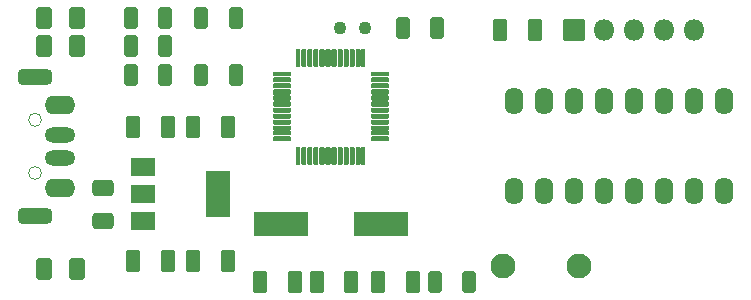
<source format=gbr>
%TF.GenerationSoftware,KiCad,Pcbnew,7.0.1*%
%TF.CreationDate,2023-03-25T17:10:46-05:00*%
%TF.ProjectId,STM32_XTW2_CLONE,53544d33-325f-4585-9457-325f434c4f4e,1.2.1V*%
%TF.SameCoordinates,Original*%
%TF.FileFunction,Soldermask,Top*%
%TF.FilePolarity,Negative*%
%FSLAX46Y46*%
G04 Gerber Fmt 4.6, Leading zero omitted, Abs format (unit mm)*
G04 Created by KiCad (PCBNEW 7.0.1) date 2023-03-25 17:10:46*
%MOMM*%
%LPD*%
G01*
G04 APERTURE LIST*
G04 Aperture macros list*
%AMRoundRect*
0 Rectangle with rounded corners*
0 $1 Rounding radius*
0 $2 $3 $4 $5 $6 $7 $8 $9 X,Y pos of 4 corners*
0 Add a 4 corners polygon primitive as box body*
4,1,4,$2,$3,$4,$5,$6,$7,$8,$9,$2,$3,0*
0 Add four circle primitives for the rounded corners*
1,1,$1+$1,$2,$3*
1,1,$1+$1,$4,$5*
1,1,$1+$1,$6,$7*
1,1,$1+$1,$8,$9*
0 Add four rect primitives between the rounded corners*
20,1,$1+$1,$2,$3,$4,$5,0*
20,1,$1+$1,$4,$5,$6,$7,0*
20,1,$1+$1,$6,$7,$8,$9,0*
20,1,$1+$1,$8,$9,$2,$3,0*%
G04 Aperture macros list end*
%TA.AperFunction,Profile*%
%ADD10C,0.050000*%
%TD*%
%ADD11RoundRect,0.300800X0.325000X0.650000X-0.325000X0.650000X-0.325000X-0.650000X0.325000X-0.650000X0*%
%ADD12RoundRect,0.300800X-0.325000X-0.650000X0.325000X-0.650000X0.325000X0.650000X-0.325000X0.650000X0*%
%ADD13C,1.101600*%
%ADD14RoundRect,0.300800X-0.375000X-0.625000X0.375000X-0.625000X0.375000X0.625000X-0.375000X0.625000X0*%
%ADD15RoundRect,0.050800X2.250000X1.000000X-2.250000X1.000000X-2.250000X-1.000000X2.250000X-1.000000X0*%
%ADD16RoundRect,0.300800X-0.625000X0.375000X-0.625000X-0.375000X0.625000X-0.375000X0.625000X0.375000X0*%
%ADD17RoundRect,0.300800X-0.312500X-0.625000X0.312500X-0.625000X0.312500X0.625000X-0.312500X0.625000X0*%
%ADD18RoundRect,0.050800X-1.000000X-0.750000X1.000000X-0.750000X1.000000X0.750000X-1.000000X0.750000X0*%
%ADD19RoundRect,0.050800X-1.000000X-1.900000X1.000000X-1.900000X1.000000X1.900000X-1.000000X1.900000X0*%
%ADD20O,1.602740X2.301240*%
%ADD21C,2.101600*%
%ADD22RoundRect,0.125800X0.075000X-0.662500X0.075000X0.662500X-0.075000X0.662500X-0.075000X-0.662500X0*%
%ADD23RoundRect,0.125800X0.662500X-0.075000X0.662500X0.075000X-0.662500X0.075000X-0.662500X-0.075000X0*%
%ADD24RoundRect,0.300800X0.312500X0.625000X-0.312500X0.625000X-0.312500X-0.625000X0.312500X-0.625000X0*%
%ADD25RoundRect,0.050800X0.850000X-0.850000X0.850000X0.850000X-0.850000X0.850000X-0.850000X-0.850000X0*%
%ADD26O,1.801600X1.801600*%
%ADD27O,2.601600X1.601600*%
%ADD28O,2.601600X1.301600*%
%ADD29RoundRect,0.350800X-1.100000X0.300000X-1.100000X-0.300000X1.100000X-0.300000X1.100000X0.300000X0*%
G04 APERTURE END LIST*
D10*
%TO.C,J1*%
X111213900Y-109600000D02*
G75*
G03*
X111213900Y-109600000I-550000J0D01*
G01*
X111213900Y-114100000D02*
G75*
G03*
X111213900Y-114100000I-550000J0D01*
G01*
%TD*%
D11*
%TO.C,C4*%
X121927400Y-110214500D03*
X118977400Y-110214500D03*
%TD*%
D12*
%TO.C,C1*%
X129742400Y-123296800D03*
X132692400Y-123296800D03*
%TD*%
D11*
%TO.C,C8*%
X152964000Y-101960800D03*
X150014000Y-101960800D03*
%TD*%
D13*
%TO.C,TP1*%
X138638400Y-101783000D03*
%TD*%
D12*
%TO.C,C7*%
X124057400Y-121517500D03*
X127007400Y-121517500D03*
%TD*%
D14*
%TO.C,D2*%
X111457400Y-100965000D03*
X114257400Y-100965000D03*
%TD*%
D15*
%TO.C,Y1*%
X139967400Y-118420000D03*
X131467400Y-118420000D03*
%TD*%
D16*
%TO.C,F1*%
X116455650Y-115350000D03*
X116455650Y-118150000D03*
%TD*%
D17*
%TO.C,R7*%
X118760900Y-103378000D03*
X121685900Y-103378000D03*
%TD*%
D14*
%TO.C,D3*%
X111457400Y-103378000D03*
X114257400Y-103378000D03*
%TD*%
D17*
%TO.C,R3*%
X118748400Y-105841800D03*
X121673400Y-105841800D03*
%TD*%
%TO.C,R2*%
X124724700Y-105816400D03*
X127649700Y-105816400D03*
%TD*%
D18*
%TO.C,U2*%
X119842400Y-113566000D03*
X119842400Y-115866000D03*
D19*
X126142400Y-115866000D03*
D18*
X119842400Y-118166000D03*
%TD*%
D20*
%TO.C,ZIF*%
X168981400Y-108006000D03*
X166441400Y-108006000D03*
X163901400Y-108006000D03*
X161361400Y-108006000D03*
X158821400Y-108006000D03*
X156281400Y-108006000D03*
X153741400Y-108006000D03*
X151201400Y-108006000D03*
X151201400Y-115626000D03*
X153741400Y-115626000D03*
X156281400Y-115626000D03*
X158821400Y-115626000D03*
X161361400Y-115626000D03*
X163901400Y-115626000D03*
X166441400Y-115626000D03*
X168981400Y-115626000D03*
%TD*%
D14*
%TO.C,D1*%
X111457400Y-122230000D03*
X114257400Y-122230000D03*
%TD*%
D21*
%TO.C,SW1*%
X150247400Y-121976000D03*
X156747400Y-121976000D03*
%TD*%
D17*
%TO.C,R6*%
X141813400Y-101783000D03*
X144738400Y-101783000D03*
%TD*%
D22*
%TO.C,U1*%
X132967400Y-112664500D03*
X133467400Y-112664500D03*
X133967400Y-112664500D03*
X134467400Y-112664500D03*
X134967400Y-112664500D03*
X135467400Y-112664500D03*
X135967400Y-112664500D03*
X136467400Y-112664500D03*
X136967400Y-112664500D03*
X137467400Y-112664500D03*
X137967400Y-112664500D03*
X138467400Y-112664500D03*
D23*
X139879900Y-111252000D03*
X139879900Y-110752000D03*
X139879900Y-110252000D03*
X139879900Y-109752000D03*
X139879900Y-109252000D03*
X139879900Y-108752000D03*
X139879900Y-108252000D03*
X139879900Y-107752000D03*
X139879900Y-107252000D03*
X139879900Y-106752000D03*
X139879900Y-106252000D03*
X139879900Y-105752000D03*
D22*
X138467400Y-104339500D03*
X137967400Y-104339500D03*
X137467400Y-104339500D03*
X136967400Y-104339500D03*
X136467400Y-104339500D03*
X135967400Y-104339500D03*
X135467400Y-104339500D03*
X134967400Y-104339500D03*
X134467400Y-104339500D03*
X133967400Y-104339500D03*
X133467400Y-104339500D03*
X132967400Y-104339500D03*
D23*
X131554900Y-105752000D03*
X131554900Y-106252000D03*
X131554900Y-106752000D03*
X131554900Y-107252000D03*
X131554900Y-107752000D03*
X131554900Y-108252000D03*
X131554900Y-108752000D03*
X131554900Y-109252000D03*
X131554900Y-109752000D03*
X131554900Y-110252000D03*
X131554900Y-110752000D03*
X131554900Y-111252000D03*
%TD*%
D24*
%TO.C,R1*%
X147430800Y-123296800D03*
X144505800Y-123296800D03*
%TD*%
D25*
%TO.C,J2*%
X156281400Y-101960800D03*
D26*
X158821400Y-101960800D03*
X161361400Y-101960800D03*
X163901400Y-101960800D03*
X166441400Y-101960800D03*
%TD*%
D12*
%TO.C,C5*%
X124057400Y-110214500D03*
X127007400Y-110214500D03*
%TD*%
D11*
%TO.C,C2*%
X137446400Y-123296800D03*
X134496400Y-123296800D03*
%TD*%
D13*
%TO.C,TP2*%
X136479400Y-101783000D03*
%TD*%
D11*
%TO.C,C6*%
X121927400Y-121517500D03*
X118977400Y-121517500D03*
%TD*%
%TO.C,C3*%
X142664100Y-123296800D03*
X139714100Y-123296800D03*
%TD*%
D17*
%TO.C,R5*%
X124724700Y-100965000D03*
X127649700Y-100965000D03*
%TD*%
D27*
%TO.C,J1*%
X112793900Y-115350000D03*
D28*
X112793900Y-112850000D03*
X112793900Y-110850000D03*
D27*
X112793900Y-108350000D03*
D29*
X110663900Y-106000000D03*
X110663900Y-117700000D03*
%TD*%
D17*
%TO.C,R4*%
X118760900Y-100965000D03*
X121685900Y-100965000D03*
%TD*%
G36*
X138276809Y-111956915D02*
G01*
X138277267Y-111958624D01*
X138268600Y-112002199D01*
X138268600Y-113326801D01*
X138277266Y-113370372D01*
X138276808Y-113372081D01*
X138275173Y-113372758D01*
X138273641Y-113371873D01*
X138263849Y-113357217D01*
X138170951Y-113357217D01*
X138161158Y-113371872D01*
X138159626Y-113372757D01*
X138157991Y-113372080D01*
X138157533Y-113370371D01*
X138166200Y-113326801D01*
X138166200Y-112002199D01*
X138157532Y-111958624D01*
X138157990Y-111956915D01*
X138159625Y-111956238D01*
X138161157Y-111957123D01*
X138170952Y-111971782D01*
X138263848Y-111971782D01*
X138273642Y-111957123D01*
X138275174Y-111956238D01*
X138276809Y-111956915D01*
G37*
G36*
X137776809Y-111956915D02*
G01*
X137777267Y-111958624D01*
X137768600Y-112002199D01*
X137768600Y-113326801D01*
X137777266Y-113370372D01*
X137776808Y-113372081D01*
X137775173Y-113372758D01*
X137773641Y-113371873D01*
X137763849Y-113357217D01*
X137670951Y-113357217D01*
X137661158Y-113371872D01*
X137659626Y-113372757D01*
X137657991Y-113372080D01*
X137657533Y-113370371D01*
X137666200Y-113326801D01*
X137666200Y-112002199D01*
X137657532Y-111958624D01*
X137657990Y-111956915D01*
X137659625Y-111956238D01*
X137661157Y-111957123D01*
X137670952Y-111971782D01*
X137763848Y-111971782D01*
X137773642Y-111957123D01*
X137775174Y-111956238D01*
X137776809Y-111956915D01*
G37*
G36*
X137276809Y-111956915D02*
G01*
X137277267Y-111958624D01*
X137268600Y-112002199D01*
X137268600Y-113326801D01*
X137277266Y-113370372D01*
X137276808Y-113372081D01*
X137275173Y-113372758D01*
X137273641Y-113371873D01*
X137263849Y-113357217D01*
X137170951Y-113357217D01*
X137161158Y-113371872D01*
X137159626Y-113372757D01*
X137157991Y-113372080D01*
X137157533Y-113370371D01*
X137166200Y-113326801D01*
X137166200Y-112002199D01*
X137157532Y-111958624D01*
X137157990Y-111956915D01*
X137159625Y-111956238D01*
X137161157Y-111957123D01*
X137170952Y-111971782D01*
X137263848Y-111971782D01*
X137273642Y-111957123D01*
X137275174Y-111956238D01*
X137276809Y-111956915D01*
G37*
G36*
X136776809Y-111956915D02*
G01*
X136777267Y-111958624D01*
X136768600Y-112002199D01*
X136768600Y-113326801D01*
X136777266Y-113370372D01*
X136776808Y-113372081D01*
X136775173Y-113372758D01*
X136773641Y-113371873D01*
X136763849Y-113357217D01*
X136670951Y-113357217D01*
X136661158Y-113371872D01*
X136659626Y-113372757D01*
X136657991Y-113372080D01*
X136657533Y-113370371D01*
X136666200Y-113326801D01*
X136666200Y-112002199D01*
X136657532Y-111958624D01*
X136657990Y-111956915D01*
X136659625Y-111956238D01*
X136661157Y-111957123D01*
X136670952Y-111971782D01*
X136763848Y-111971782D01*
X136773642Y-111957123D01*
X136775174Y-111956238D01*
X136776809Y-111956915D01*
G37*
G36*
X136276809Y-111956915D02*
G01*
X136277267Y-111958624D01*
X136268600Y-112002199D01*
X136268600Y-113326801D01*
X136277266Y-113370372D01*
X136276808Y-113372081D01*
X136275173Y-113372758D01*
X136273641Y-113371873D01*
X136263849Y-113357217D01*
X136170951Y-113357217D01*
X136161158Y-113371872D01*
X136159626Y-113372757D01*
X136157991Y-113372080D01*
X136157533Y-113370371D01*
X136166200Y-113326801D01*
X136166200Y-112002199D01*
X136157532Y-111958624D01*
X136157990Y-111956915D01*
X136159625Y-111956238D01*
X136161157Y-111957123D01*
X136170952Y-111971782D01*
X136263848Y-111971782D01*
X136273642Y-111957123D01*
X136275174Y-111956238D01*
X136276809Y-111956915D01*
G37*
G36*
X135776809Y-111956915D02*
G01*
X135777267Y-111958624D01*
X135768600Y-112002199D01*
X135768600Y-113326801D01*
X135777266Y-113370372D01*
X135776808Y-113372081D01*
X135775173Y-113372758D01*
X135773641Y-113371873D01*
X135763849Y-113357217D01*
X135670951Y-113357217D01*
X135661158Y-113371872D01*
X135659626Y-113372757D01*
X135657991Y-113372080D01*
X135657533Y-113370371D01*
X135666200Y-113326801D01*
X135666200Y-112002199D01*
X135657532Y-111958624D01*
X135657990Y-111956915D01*
X135659625Y-111956238D01*
X135661157Y-111957123D01*
X135670952Y-111971782D01*
X135763848Y-111971782D01*
X135773642Y-111957123D01*
X135775174Y-111956238D01*
X135776809Y-111956915D01*
G37*
G36*
X135276809Y-111956915D02*
G01*
X135277267Y-111958624D01*
X135268600Y-112002199D01*
X135268600Y-113326801D01*
X135277266Y-113370372D01*
X135276808Y-113372081D01*
X135275173Y-113372758D01*
X135273641Y-113371873D01*
X135263849Y-113357217D01*
X135170951Y-113357217D01*
X135161158Y-113371872D01*
X135159626Y-113372757D01*
X135157991Y-113372080D01*
X135157533Y-113370371D01*
X135166200Y-113326801D01*
X135166200Y-112002199D01*
X135157532Y-111958624D01*
X135157990Y-111956915D01*
X135159625Y-111956238D01*
X135161157Y-111957123D01*
X135170952Y-111971782D01*
X135263848Y-111971782D01*
X135273642Y-111957123D01*
X135275174Y-111956238D01*
X135276809Y-111956915D01*
G37*
G36*
X134776809Y-111956915D02*
G01*
X134777267Y-111958624D01*
X134768600Y-112002199D01*
X134768600Y-113326801D01*
X134777266Y-113370372D01*
X134776808Y-113372081D01*
X134775173Y-113372758D01*
X134773641Y-113371873D01*
X134763849Y-113357217D01*
X134670951Y-113357217D01*
X134661158Y-113371872D01*
X134659626Y-113372757D01*
X134657991Y-113372080D01*
X134657533Y-113370371D01*
X134666200Y-113326801D01*
X134666200Y-112002199D01*
X134657532Y-111958624D01*
X134657990Y-111956915D01*
X134659625Y-111956238D01*
X134661157Y-111957123D01*
X134670952Y-111971782D01*
X134763848Y-111971782D01*
X134773642Y-111957123D01*
X134775174Y-111956238D01*
X134776809Y-111956915D01*
G37*
G36*
X134276810Y-111956911D02*
G01*
X134277268Y-111958620D01*
X134268600Y-112002199D01*
X134268600Y-113326801D01*
X134277266Y-113370372D01*
X134276808Y-113372081D01*
X134275173Y-113372758D01*
X134273641Y-113371873D01*
X134263849Y-113357217D01*
X134170951Y-113357217D01*
X134161158Y-113371872D01*
X134159626Y-113372757D01*
X134157991Y-113372080D01*
X134157533Y-113370371D01*
X134166200Y-113326801D01*
X134166200Y-112002199D01*
X134157533Y-111958629D01*
X134157991Y-111956920D01*
X134159626Y-111956243D01*
X134161158Y-111957128D01*
X134170948Y-111971781D01*
X134263845Y-111971782D01*
X134273643Y-111957119D01*
X134275175Y-111956234D01*
X134276810Y-111956911D01*
G37*
G36*
X133776810Y-111956911D02*
G01*
X133777268Y-111958620D01*
X133768600Y-112002199D01*
X133768600Y-113326801D01*
X133777266Y-113370372D01*
X133776808Y-113372081D01*
X133775173Y-113372758D01*
X133773641Y-113371873D01*
X133763849Y-113357217D01*
X133670951Y-113357217D01*
X133661158Y-113371872D01*
X133659626Y-113372757D01*
X133657991Y-113372080D01*
X133657533Y-113370371D01*
X133666200Y-113326801D01*
X133666200Y-112002199D01*
X133657533Y-111958629D01*
X133657991Y-111956920D01*
X133659626Y-111956243D01*
X133661158Y-111957128D01*
X133670948Y-111971781D01*
X133763845Y-111971782D01*
X133773643Y-111957119D01*
X133775175Y-111956234D01*
X133776810Y-111956911D01*
G37*
G36*
X133276810Y-111956911D02*
G01*
X133277268Y-111958620D01*
X133268600Y-112002199D01*
X133268600Y-113326801D01*
X133277266Y-113370372D01*
X133276808Y-113372081D01*
X133275173Y-113372758D01*
X133273641Y-113371873D01*
X133263849Y-113357217D01*
X133170951Y-113357217D01*
X133161158Y-113371872D01*
X133159626Y-113372757D01*
X133157991Y-113372080D01*
X133157533Y-113370371D01*
X133166200Y-113326801D01*
X133166200Y-112002199D01*
X133157533Y-111958629D01*
X133157991Y-111956920D01*
X133159626Y-111956243D01*
X133161158Y-111957128D01*
X133170948Y-111971781D01*
X133263845Y-111971782D01*
X133273643Y-111957119D01*
X133275175Y-111956234D01*
X133276810Y-111956911D01*
G37*
G36*
X140587478Y-110942591D02*
G01*
X140588155Y-110944226D01*
X140587270Y-110945758D01*
X140572617Y-110955548D01*
X140572616Y-111048446D01*
X140587277Y-111058242D01*
X140588162Y-111059774D01*
X140587485Y-111061409D01*
X140585776Y-111061867D01*
X140542201Y-111053200D01*
X139217599Y-111053200D01*
X139174020Y-111061868D01*
X139172311Y-111061410D01*
X139171634Y-111059775D01*
X139172519Y-111058243D01*
X139187182Y-111048445D01*
X139187181Y-110955548D01*
X139172528Y-110945758D01*
X139171643Y-110944226D01*
X139172320Y-110942591D01*
X139174029Y-110942133D01*
X139217599Y-110950800D01*
X140542201Y-110950800D01*
X140585769Y-110942133D01*
X140587478Y-110942591D01*
G37*
G36*
X132262478Y-110942591D02*
G01*
X132263155Y-110944226D01*
X132262270Y-110945758D01*
X132247617Y-110955548D01*
X132247616Y-111048446D01*
X132262277Y-111058242D01*
X132263162Y-111059774D01*
X132262485Y-111061409D01*
X132260776Y-111061867D01*
X132217201Y-111053200D01*
X130892599Y-111053200D01*
X130849020Y-111061868D01*
X130847311Y-111061410D01*
X130846634Y-111059775D01*
X130847519Y-111058243D01*
X130862182Y-111048445D01*
X130862181Y-110955548D01*
X130847528Y-110945758D01*
X130846643Y-110944226D01*
X130847320Y-110942591D01*
X130849029Y-110942133D01*
X130892599Y-110950800D01*
X132217201Y-110950800D01*
X132260769Y-110942133D01*
X132262478Y-110942591D01*
G37*
G36*
X139217599Y-110450800D02*
G01*
X140542201Y-110450800D01*
X140585771Y-110442133D01*
X140587480Y-110442591D01*
X140588157Y-110444226D01*
X140587272Y-110445758D01*
X140572617Y-110455551D01*
X140572617Y-110548449D01*
X140587273Y-110558241D01*
X140588158Y-110559773D01*
X140587481Y-110561408D01*
X140585772Y-110561866D01*
X140542201Y-110553200D01*
X139217599Y-110553200D01*
X139174024Y-110561867D01*
X139172315Y-110561409D01*
X139171638Y-110559774D01*
X139172523Y-110558242D01*
X139187182Y-110548448D01*
X139187182Y-110455552D01*
X139172523Y-110445757D01*
X139171638Y-110444225D01*
X139172315Y-110442590D01*
X139174024Y-110442132D01*
X139217599Y-110450800D01*
G37*
G36*
X130892599Y-110450800D02*
G01*
X132217201Y-110450800D01*
X132260771Y-110442133D01*
X132262480Y-110442591D01*
X132263157Y-110444226D01*
X132262272Y-110445758D01*
X132247617Y-110455551D01*
X132247617Y-110548449D01*
X132262273Y-110558241D01*
X132263158Y-110559773D01*
X132262481Y-110561408D01*
X132260772Y-110561866D01*
X132217201Y-110553200D01*
X130892599Y-110553200D01*
X130849024Y-110561867D01*
X130847315Y-110561409D01*
X130846638Y-110559774D01*
X130847523Y-110558242D01*
X130862182Y-110548448D01*
X130862182Y-110455552D01*
X130847523Y-110445757D01*
X130846638Y-110444225D01*
X130847315Y-110442590D01*
X130849024Y-110442132D01*
X130892599Y-110450800D01*
G37*
G36*
X139217599Y-109950800D02*
G01*
X140542201Y-109950800D01*
X140585771Y-109942133D01*
X140587480Y-109942591D01*
X140588157Y-109944226D01*
X140587272Y-109945758D01*
X140572617Y-109955551D01*
X140572617Y-110048449D01*
X140587273Y-110058241D01*
X140588158Y-110059773D01*
X140587481Y-110061408D01*
X140585772Y-110061866D01*
X140542201Y-110053200D01*
X139217599Y-110053200D01*
X139174024Y-110061867D01*
X139172315Y-110061409D01*
X139171638Y-110059774D01*
X139172523Y-110058242D01*
X139187182Y-110048448D01*
X139187182Y-109955552D01*
X139172523Y-109945757D01*
X139171638Y-109944225D01*
X139172315Y-109942590D01*
X139174024Y-109942132D01*
X139217599Y-109950800D01*
G37*
G36*
X130892599Y-109950800D02*
G01*
X132217201Y-109950800D01*
X132260771Y-109942133D01*
X132262480Y-109942591D01*
X132263157Y-109944226D01*
X132262272Y-109945758D01*
X132247617Y-109955551D01*
X132247617Y-110048449D01*
X132262273Y-110058241D01*
X132263158Y-110059773D01*
X132262481Y-110061408D01*
X132260772Y-110061866D01*
X132217201Y-110053200D01*
X130892599Y-110053200D01*
X130849024Y-110061867D01*
X130847315Y-110061409D01*
X130846638Y-110059774D01*
X130847523Y-110058242D01*
X130862182Y-110048448D01*
X130862182Y-109955552D01*
X130847523Y-109945757D01*
X130846638Y-109944225D01*
X130847315Y-109942590D01*
X130849024Y-109942132D01*
X130892599Y-109950800D01*
G37*
G36*
X140587480Y-109442591D02*
G01*
X140588157Y-109444226D01*
X140587272Y-109445758D01*
X140572617Y-109455551D01*
X140572617Y-109548449D01*
X140587273Y-109558241D01*
X140588158Y-109559773D01*
X140587481Y-109561408D01*
X140585772Y-109561866D01*
X140542201Y-109553200D01*
X139217599Y-109553200D01*
X139174020Y-109561868D01*
X139172311Y-109561410D01*
X139171634Y-109559775D01*
X139172519Y-109558243D01*
X139187182Y-109548445D01*
X139187181Y-109455548D01*
X139172528Y-109445758D01*
X139171643Y-109444226D01*
X139172320Y-109442591D01*
X139174029Y-109442133D01*
X139217599Y-109450800D01*
X140542201Y-109450800D01*
X140585771Y-109442133D01*
X140587480Y-109442591D01*
G37*
G36*
X132262480Y-109442591D02*
G01*
X132263157Y-109444226D01*
X132262272Y-109445758D01*
X132247617Y-109455551D01*
X132247617Y-109548449D01*
X132262273Y-109558241D01*
X132263158Y-109559773D01*
X132262481Y-109561408D01*
X132260772Y-109561866D01*
X132217201Y-109553200D01*
X130892599Y-109553200D01*
X130849020Y-109561868D01*
X130847311Y-109561410D01*
X130846634Y-109559775D01*
X130847519Y-109558243D01*
X130862182Y-109548445D01*
X130862181Y-109455548D01*
X130847528Y-109445758D01*
X130846643Y-109444226D01*
X130847320Y-109442591D01*
X130849029Y-109442133D01*
X130892599Y-109450800D01*
X132217201Y-109450800D01*
X132260771Y-109442133D01*
X132262480Y-109442591D01*
G37*
G36*
X139217599Y-108950800D02*
G01*
X140542201Y-108950800D01*
X140585771Y-108942133D01*
X140587480Y-108942591D01*
X140588157Y-108944226D01*
X140587272Y-108945758D01*
X140572617Y-108955551D01*
X140572617Y-109048449D01*
X140587273Y-109058241D01*
X140588158Y-109059773D01*
X140587481Y-109061408D01*
X140585772Y-109061866D01*
X140542201Y-109053200D01*
X139217599Y-109053200D01*
X139174024Y-109061867D01*
X139172315Y-109061409D01*
X139171638Y-109059774D01*
X139172523Y-109058242D01*
X139187182Y-109048448D01*
X139187182Y-108955552D01*
X139172523Y-108945757D01*
X139171638Y-108944225D01*
X139172315Y-108942590D01*
X139174024Y-108942132D01*
X139217599Y-108950800D01*
G37*
G36*
X130892599Y-108950800D02*
G01*
X132217201Y-108950800D01*
X132260771Y-108942133D01*
X132262480Y-108942591D01*
X132263157Y-108944226D01*
X132262272Y-108945758D01*
X132247617Y-108955551D01*
X132247617Y-109048449D01*
X132262273Y-109058241D01*
X132263158Y-109059773D01*
X132262481Y-109061408D01*
X132260772Y-109061866D01*
X132217201Y-109053200D01*
X130892599Y-109053200D01*
X130849024Y-109061867D01*
X130847315Y-109061409D01*
X130846638Y-109059774D01*
X130847523Y-109058242D01*
X130862182Y-109048448D01*
X130862182Y-108955552D01*
X130847523Y-108945757D01*
X130846638Y-108944225D01*
X130847315Y-108942590D01*
X130849024Y-108942132D01*
X130892599Y-108950800D01*
G37*
G36*
X140587480Y-108442591D02*
G01*
X140588157Y-108444226D01*
X140587272Y-108445758D01*
X140572617Y-108455551D01*
X140572617Y-108548449D01*
X140587273Y-108558241D01*
X140588158Y-108559773D01*
X140587481Y-108561408D01*
X140585772Y-108561866D01*
X140542201Y-108553200D01*
X139217599Y-108553200D01*
X139174020Y-108561868D01*
X139172311Y-108561410D01*
X139171634Y-108559775D01*
X139172519Y-108558243D01*
X139187182Y-108548445D01*
X139187181Y-108455548D01*
X139172528Y-108445758D01*
X139171643Y-108444226D01*
X139172320Y-108442591D01*
X139174029Y-108442133D01*
X139217599Y-108450800D01*
X140542201Y-108450800D01*
X140585771Y-108442133D01*
X140587480Y-108442591D01*
G37*
G36*
X132262480Y-108442591D02*
G01*
X132263157Y-108444226D01*
X132262272Y-108445758D01*
X132247617Y-108455551D01*
X132247617Y-108548449D01*
X132262273Y-108558241D01*
X132263158Y-108559773D01*
X132262481Y-108561408D01*
X132260772Y-108561866D01*
X132217201Y-108553200D01*
X130892599Y-108553200D01*
X130849020Y-108561868D01*
X130847311Y-108561410D01*
X130846634Y-108559775D01*
X130847519Y-108558243D01*
X130862182Y-108548445D01*
X130862181Y-108455548D01*
X130847528Y-108445758D01*
X130846643Y-108444226D01*
X130847320Y-108442591D01*
X130849029Y-108442133D01*
X130892599Y-108450800D01*
X132217201Y-108450800D01*
X132260771Y-108442133D01*
X132262480Y-108442591D01*
G37*
G36*
X140587478Y-107942591D02*
G01*
X140588155Y-107944226D01*
X140587270Y-107945758D01*
X140572617Y-107955548D01*
X140572616Y-108048446D01*
X140587277Y-108058242D01*
X140588162Y-108059774D01*
X140587485Y-108061409D01*
X140585776Y-108061867D01*
X140542201Y-108053200D01*
X139217599Y-108053200D01*
X139174020Y-108061868D01*
X139172311Y-108061410D01*
X139171634Y-108059775D01*
X139172519Y-108058243D01*
X139187182Y-108048445D01*
X139187181Y-107955548D01*
X139172528Y-107945758D01*
X139171643Y-107944226D01*
X139172320Y-107942591D01*
X139174029Y-107942133D01*
X139217599Y-107950800D01*
X140542201Y-107950800D01*
X140585769Y-107942133D01*
X140587478Y-107942591D01*
G37*
G36*
X132262478Y-107942591D02*
G01*
X132263155Y-107944226D01*
X132262270Y-107945758D01*
X132247617Y-107955548D01*
X132247616Y-108048446D01*
X132262277Y-108058242D01*
X132263162Y-108059774D01*
X132262485Y-108061409D01*
X132260776Y-108061867D01*
X132217201Y-108053200D01*
X130892599Y-108053200D01*
X130849020Y-108061868D01*
X130847311Y-108061410D01*
X130846634Y-108059775D01*
X130847519Y-108058243D01*
X130862182Y-108048445D01*
X130862181Y-107955548D01*
X130847528Y-107945758D01*
X130846643Y-107944226D01*
X130847320Y-107942591D01*
X130849029Y-107942133D01*
X130892599Y-107950800D01*
X132217201Y-107950800D01*
X132260769Y-107942133D01*
X132262478Y-107942591D01*
G37*
G36*
X139217599Y-107450800D02*
G01*
X140542201Y-107450800D01*
X140585771Y-107442133D01*
X140587480Y-107442591D01*
X140588157Y-107444226D01*
X140587272Y-107445758D01*
X140572617Y-107455551D01*
X140572617Y-107548449D01*
X140587273Y-107558241D01*
X140588158Y-107559773D01*
X140587481Y-107561408D01*
X140585772Y-107561866D01*
X140542201Y-107553200D01*
X139217599Y-107553200D01*
X139174024Y-107561867D01*
X139172315Y-107561409D01*
X139171638Y-107559774D01*
X139172523Y-107558242D01*
X139187182Y-107548448D01*
X139187182Y-107455552D01*
X139172523Y-107445757D01*
X139171638Y-107444225D01*
X139172315Y-107442590D01*
X139174024Y-107442132D01*
X139217599Y-107450800D01*
G37*
G36*
X130892599Y-107450800D02*
G01*
X132217201Y-107450800D01*
X132260771Y-107442133D01*
X132262480Y-107442591D01*
X132263157Y-107444226D01*
X132262272Y-107445758D01*
X132247617Y-107455551D01*
X132247617Y-107548449D01*
X132262273Y-107558241D01*
X132263158Y-107559773D01*
X132262481Y-107561408D01*
X132260772Y-107561866D01*
X132217201Y-107553200D01*
X130892599Y-107553200D01*
X130849024Y-107561867D01*
X130847315Y-107561409D01*
X130846638Y-107559774D01*
X130847523Y-107558242D01*
X130862182Y-107548448D01*
X130862182Y-107455552D01*
X130847523Y-107445757D01*
X130846638Y-107444225D01*
X130847315Y-107442590D01*
X130849024Y-107442132D01*
X130892599Y-107450800D01*
G37*
G36*
X139217599Y-106950800D02*
G01*
X140542201Y-106950800D01*
X140585771Y-106942133D01*
X140587480Y-106942591D01*
X140588157Y-106944226D01*
X140587272Y-106945758D01*
X140572617Y-106955551D01*
X140572617Y-107048449D01*
X140587273Y-107058241D01*
X140588158Y-107059773D01*
X140587481Y-107061408D01*
X140585772Y-107061866D01*
X140542201Y-107053200D01*
X139217599Y-107053200D01*
X139174024Y-107061867D01*
X139172315Y-107061409D01*
X139171638Y-107059774D01*
X139172523Y-107058242D01*
X139187182Y-107048448D01*
X139187182Y-106955552D01*
X139172523Y-106945757D01*
X139171638Y-106944225D01*
X139172315Y-106942590D01*
X139174024Y-106942132D01*
X139217599Y-106950800D01*
G37*
G36*
X130892599Y-106950800D02*
G01*
X132217201Y-106950800D01*
X132260771Y-106942133D01*
X132262480Y-106942591D01*
X132263157Y-106944226D01*
X132262272Y-106945758D01*
X132247617Y-106955551D01*
X132247617Y-107048449D01*
X132262273Y-107058241D01*
X132263158Y-107059773D01*
X132262481Y-107061408D01*
X132260772Y-107061866D01*
X132217201Y-107053200D01*
X130892599Y-107053200D01*
X130849024Y-107061867D01*
X130847315Y-107061409D01*
X130846638Y-107059774D01*
X130847523Y-107058242D01*
X130862182Y-107048448D01*
X130862182Y-106955552D01*
X130847523Y-106945757D01*
X130846638Y-106944225D01*
X130847315Y-106942590D01*
X130849024Y-106942132D01*
X130892599Y-106950800D01*
G37*
G36*
X140587480Y-106442591D02*
G01*
X140588157Y-106444226D01*
X140587272Y-106445758D01*
X140572617Y-106455551D01*
X140572617Y-106548449D01*
X140587273Y-106558241D01*
X140588158Y-106559773D01*
X140587481Y-106561408D01*
X140585772Y-106561866D01*
X140542201Y-106553200D01*
X139217599Y-106553200D01*
X139174020Y-106561868D01*
X139172311Y-106561410D01*
X139171634Y-106559775D01*
X139172519Y-106558243D01*
X139187182Y-106548445D01*
X139187181Y-106455548D01*
X139172528Y-106445758D01*
X139171643Y-106444226D01*
X139172320Y-106442591D01*
X139174029Y-106442133D01*
X139217599Y-106450800D01*
X140542201Y-106450800D01*
X140585771Y-106442133D01*
X140587480Y-106442591D01*
G37*
G36*
X132262480Y-106442591D02*
G01*
X132263157Y-106444226D01*
X132262272Y-106445758D01*
X132247617Y-106455551D01*
X132247617Y-106548449D01*
X132262273Y-106558241D01*
X132263158Y-106559773D01*
X132262481Y-106561408D01*
X132260772Y-106561866D01*
X132217201Y-106553200D01*
X130892599Y-106553200D01*
X130849020Y-106561868D01*
X130847311Y-106561410D01*
X130846634Y-106559775D01*
X130847519Y-106558243D01*
X130862182Y-106548445D01*
X130862181Y-106455548D01*
X130847528Y-106445758D01*
X130846643Y-106444226D01*
X130847320Y-106442591D01*
X130849029Y-106442133D01*
X130892599Y-106450800D01*
X132217201Y-106450800D01*
X132260771Y-106442133D01*
X132262480Y-106442591D01*
G37*
G36*
X139217599Y-105950800D02*
G01*
X140542201Y-105950800D01*
X140585771Y-105942133D01*
X140587480Y-105942591D01*
X140588157Y-105944226D01*
X140587272Y-105945758D01*
X140572617Y-105955551D01*
X140572617Y-106048449D01*
X140587273Y-106058241D01*
X140588158Y-106059773D01*
X140587481Y-106061408D01*
X140585772Y-106061866D01*
X140542201Y-106053200D01*
X139217599Y-106053200D01*
X139174024Y-106061867D01*
X139172315Y-106061409D01*
X139171638Y-106059774D01*
X139172523Y-106058242D01*
X139187182Y-106048448D01*
X139187182Y-105955552D01*
X139172523Y-105945757D01*
X139171638Y-105944225D01*
X139172315Y-105942590D01*
X139174024Y-105942132D01*
X139217599Y-105950800D01*
G37*
G36*
X130892599Y-105950800D02*
G01*
X132217201Y-105950800D01*
X132260771Y-105942133D01*
X132262480Y-105942591D01*
X132263157Y-105944226D01*
X132262272Y-105945758D01*
X132247617Y-105955551D01*
X132247617Y-106048449D01*
X132262273Y-106058241D01*
X132263158Y-106059773D01*
X132262481Y-106061408D01*
X132260772Y-106061866D01*
X132217201Y-106053200D01*
X130892599Y-106053200D01*
X130849024Y-106061867D01*
X130847315Y-106061409D01*
X130846638Y-106059774D01*
X130847523Y-106058242D01*
X130862182Y-106048448D01*
X130862182Y-105955552D01*
X130847523Y-105945757D01*
X130846638Y-105944225D01*
X130847315Y-105942590D01*
X130849024Y-105942132D01*
X130892599Y-105950800D01*
G37*
G36*
X134276809Y-103631915D02*
G01*
X134277267Y-103633624D01*
X134268600Y-103677199D01*
X134268600Y-105001801D01*
X134277267Y-105045376D01*
X134276809Y-105047085D01*
X134275174Y-105047762D01*
X134273642Y-105046877D01*
X134263846Y-105032216D01*
X134170948Y-105032217D01*
X134161158Y-105046870D01*
X134159626Y-105047755D01*
X134157991Y-105047078D01*
X134157533Y-105045369D01*
X134166200Y-105001801D01*
X134166200Y-103677199D01*
X134157532Y-103633624D01*
X134157990Y-103631915D01*
X134159625Y-103631238D01*
X134161157Y-103632123D01*
X134170952Y-103646782D01*
X134263848Y-103646782D01*
X134273642Y-103632123D01*
X134275174Y-103631238D01*
X134276809Y-103631915D01*
G37*
G36*
X133776809Y-103631915D02*
G01*
X133777267Y-103633624D01*
X133768600Y-103677199D01*
X133768600Y-105001801D01*
X133777267Y-105045376D01*
X133776809Y-105047085D01*
X133775174Y-105047762D01*
X133773642Y-105046877D01*
X133763846Y-105032216D01*
X133670948Y-105032217D01*
X133661158Y-105046870D01*
X133659626Y-105047755D01*
X133657991Y-105047078D01*
X133657533Y-105045369D01*
X133666200Y-105001801D01*
X133666200Y-103677199D01*
X133657532Y-103633624D01*
X133657990Y-103631915D01*
X133659625Y-103631238D01*
X133661157Y-103632123D01*
X133670952Y-103646782D01*
X133763848Y-103646782D01*
X133773642Y-103632123D01*
X133775174Y-103631238D01*
X133776809Y-103631915D01*
G37*
G36*
X133276809Y-103631915D02*
G01*
X133277267Y-103633624D01*
X133268600Y-103677199D01*
X133268600Y-105001801D01*
X133277267Y-105045376D01*
X133276809Y-105047085D01*
X133275174Y-105047762D01*
X133273642Y-105046877D01*
X133263846Y-105032216D01*
X133170948Y-105032217D01*
X133161158Y-105046870D01*
X133159626Y-105047755D01*
X133157991Y-105047078D01*
X133157533Y-105045369D01*
X133166200Y-105001801D01*
X133166200Y-103677199D01*
X133157532Y-103633624D01*
X133157990Y-103631915D01*
X133159625Y-103631238D01*
X133161157Y-103632123D01*
X133170952Y-103646782D01*
X133263848Y-103646782D01*
X133273642Y-103632123D01*
X133275174Y-103631238D01*
X133276809Y-103631915D01*
G37*
G36*
X138276809Y-103631915D02*
G01*
X138277267Y-103633624D01*
X138268600Y-103677199D01*
X138268600Y-105001801D01*
X138277266Y-105045372D01*
X138276808Y-105047081D01*
X138275173Y-105047758D01*
X138273641Y-105046873D01*
X138263849Y-105032217D01*
X138170951Y-105032217D01*
X138161158Y-105046872D01*
X138159626Y-105047757D01*
X138157991Y-105047080D01*
X138157533Y-105045371D01*
X138166200Y-105001801D01*
X138166200Y-103677199D01*
X138157532Y-103633624D01*
X138157990Y-103631915D01*
X138159625Y-103631238D01*
X138161157Y-103632123D01*
X138170952Y-103646782D01*
X138263848Y-103646782D01*
X138273642Y-103632123D01*
X138275174Y-103631238D01*
X138276809Y-103631915D01*
G37*
G36*
X137776809Y-103631915D02*
G01*
X137777267Y-103633624D01*
X137768600Y-103677199D01*
X137768600Y-105001801D01*
X137777266Y-105045372D01*
X137776808Y-105047081D01*
X137775173Y-105047758D01*
X137773641Y-105046873D01*
X137763849Y-105032217D01*
X137670951Y-105032217D01*
X137661158Y-105046872D01*
X137659626Y-105047757D01*
X137657991Y-105047080D01*
X137657533Y-105045371D01*
X137666200Y-105001801D01*
X137666200Y-103677199D01*
X137657532Y-103633624D01*
X137657990Y-103631915D01*
X137659625Y-103631238D01*
X137661157Y-103632123D01*
X137670952Y-103646782D01*
X137763848Y-103646782D01*
X137773642Y-103632123D01*
X137775174Y-103631238D01*
X137776809Y-103631915D01*
G37*
G36*
X137276809Y-103631915D02*
G01*
X137277267Y-103633624D01*
X137268600Y-103677199D01*
X137268600Y-105001801D01*
X137277266Y-105045372D01*
X137276808Y-105047081D01*
X137275173Y-105047758D01*
X137273641Y-105046873D01*
X137263849Y-105032217D01*
X137170951Y-105032217D01*
X137161158Y-105046872D01*
X137159626Y-105047757D01*
X137157991Y-105047080D01*
X137157533Y-105045371D01*
X137166200Y-105001801D01*
X137166200Y-103677199D01*
X137157532Y-103633624D01*
X137157990Y-103631915D01*
X137159625Y-103631238D01*
X137161157Y-103632123D01*
X137170952Y-103646782D01*
X137263848Y-103646782D01*
X137273642Y-103632123D01*
X137275174Y-103631238D01*
X137276809Y-103631915D01*
G37*
G36*
X136776809Y-103631915D02*
G01*
X136777267Y-103633624D01*
X136768600Y-103677199D01*
X136768600Y-105001801D01*
X136777266Y-105045372D01*
X136776808Y-105047081D01*
X136775173Y-105047758D01*
X136773641Y-105046873D01*
X136763849Y-105032217D01*
X136670951Y-105032217D01*
X136661158Y-105046872D01*
X136659626Y-105047757D01*
X136657991Y-105047080D01*
X136657533Y-105045371D01*
X136666200Y-105001801D01*
X136666200Y-103677199D01*
X136657532Y-103633624D01*
X136657990Y-103631915D01*
X136659625Y-103631238D01*
X136661157Y-103632123D01*
X136670952Y-103646782D01*
X136763848Y-103646782D01*
X136773642Y-103632123D01*
X136775174Y-103631238D01*
X136776809Y-103631915D01*
G37*
G36*
X136276809Y-103631915D02*
G01*
X136277267Y-103633624D01*
X136268600Y-103677199D01*
X136268600Y-105001801D01*
X136277266Y-105045372D01*
X136276808Y-105047081D01*
X136275173Y-105047758D01*
X136273641Y-105046873D01*
X136263849Y-105032217D01*
X136170951Y-105032217D01*
X136161158Y-105046872D01*
X136159626Y-105047757D01*
X136157991Y-105047080D01*
X136157533Y-105045371D01*
X136166200Y-105001801D01*
X136166200Y-103677199D01*
X136157532Y-103633624D01*
X136157990Y-103631915D01*
X136159625Y-103631238D01*
X136161157Y-103632123D01*
X136170952Y-103646782D01*
X136263848Y-103646782D01*
X136273642Y-103632123D01*
X136275174Y-103631238D01*
X136276809Y-103631915D01*
G37*
G36*
X135776809Y-103631915D02*
G01*
X135777267Y-103633624D01*
X135768600Y-103677199D01*
X135768600Y-105001801D01*
X135777266Y-105045372D01*
X135776808Y-105047081D01*
X135775173Y-105047758D01*
X135773641Y-105046873D01*
X135763849Y-105032217D01*
X135670951Y-105032217D01*
X135661158Y-105046872D01*
X135659626Y-105047757D01*
X135657991Y-105047080D01*
X135657533Y-105045371D01*
X135666200Y-105001801D01*
X135666200Y-103677199D01*
X135657532Y-103633624D01*
X135657990Y-103631915D01*
X135659625Y-103631238D01*
X135661157Y-103632123D01*
X135670952Y-103646782D01*
X135763848Y-103646782D01*
X135773642Y-103632123D01*
X135775174Y-103631238D01*
X135776809Y-103631915D01*
G37*
G36*
X135276809Y-103631915D02*
G01*
X135277267Y-103633624D01*
X135268600Y-103677199D01*
X135268600Y-105001801D01*
X135277266Y-105045372D01*
X135276808Y-105047081D01*
X135275173Y-105047758D01*
X135273641Y-105046873D01*
X135263849Y-105032217D01*
X135170951Y-105032217D01*
X135161158Y-105046872D01*
X135159626Y-105047757D01*
X135157991Y-105047080D01*
X135157533Y-105045371D01*
X135166200Y-105001801D01*
X135166200Y-103677199D01*
X135157532Y-103633624D01*
X135157990Y-103631915D01*
X135159625Y-103631238D01*
X135161157Y-103632123D01*
X135170952Y-103646782D01*
X135263848Y-103646782D01*
X135273642Y-103632123D01*
X135275174Y-103631238D01*
X135276809Y-103631915D01*
G37*
G36*
X134776809Y-103631915D02*
G01*
X134777267Y-103633624D01*
X134768600Y-103677199D01*
X134768600Y-105001801D01*
X134777266Y-105045372D01*
X134776808Y-105047081D01*
X134775173Y-105047758D01*
X134773641Y-105046873D01*
X134763849Y-105032217D01*
X134670951Y-105032217D01*
X134661158Y-105046872D01*
X134659626Y-105047757D01*
X134657991Y-105047080D01*
X134657533Y-105045371D01*
X134666200Y-105001801D01*
X134666200Y-103677199D01*
X134657532Y-103633624D01*
X134657990Y-103631915D01*
X134659625Y-103631238D01*
X134661157Y-103632123D01*
X134670952Y-103646782D01*
X134763848Y-103646782D01*
X134773642Y-103632123D01*
X134775174Y-103631238D01*
X134776809Y-103631915D01*
G37*
M02*

</source>
